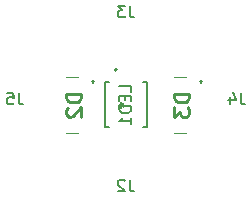
<source format=gbo>
G04 #@! TF.GenerationSoftware,KiCad,Pcbnew,(5.1.8)-1*
G04 #@! TF.CreationDate,2021-04-03T22:15:50+03:00*
G04 #@! TF.ProjectId,sensor,73656e73-6f72-42e6-9b69-6361645f7063,rev?*
G04 #@! TF.SameCoordinates,Original*
G04 #@! TF.FileFunction,Legend,Bot*
G04 #@! TF.FilePolarity,Positive*
%FSLAX46Y46*%
G04 Gerber Fmt 4.6, Leading zero omitted, Abs format (unit mm)*
G04 Created by KiCad (PCBNEW (5.1.8)-1) date 2021-04-03 22:15:50*
%MOMM*%
%LPD*%
G01*
G04 APERTURE LIST*
%ADD10C,0.100000*%
%ADD11C,0.200000*%
%ADD12C,0.152400*%
%ADD13C,0.254000*%
%ADD14C,0.150000*%
G04 APERTURE END LIST*
D10*
X136152000Y-75070000D02*
X137152000Y-75070000D01*
X136152000Y-79870000D02*
X137152000Y-79870000D01*
D11*
X138452000Y-75370000D02*
X138452000Y-75370000D01*
X138452000Y-75570000D02*
X138452000Y-75570000D01*
X138452000Y-75570000D02*
G75*
G02*
X138452000Y-75370000I0J100000D01*
G01*
X138452000Y-75370000D02*
G75*
G02*
X138452000Y-75570000I0J-100000D01*
G01*
X147596000Y-75570000D02*
X147596000Y-75570000D01*
X147596000Y-75370000D02*
X147596000Y-75370000D01*
D10*
X145296000Y-79870000D02*
X146296000Y-79870000D01*
X145296000Y-75070000D02*
X146296000Y-75070000D01*
D11*
X147596000Y-75370000D02*
G75*
G02*
X147596000Y-75570000I0J-100000D01*
G01*
X147596000Y-75570000D02*
G75*
G02*
X147596000Y-75370000I0J100000D01*
G01*
D12*
X143002000Y-75565000D02*
X143002000Y-79375000D01*
X143002000Y-79375000D02*
X142661141Y-79375000D01*
X139446000Y-79375000D02*
X139446000Y-75565000D01*
X139446000Y-75565000D02*
X139786859Y-75565000D01*
X142661141Y-75565000D02*
X143002000Y-75565000D01*
X139786859Y-79375000D02*
X139446000Y-79375000D01*
X140475600Y-74491200D02*
G75*
G03*
X140475600Y-74491200I-101600J0D01*
G01*
D13*
X137443523Y-76532619D02*
X136173523Y-76532619D01*
X136173523Y-76835000D01*
X136234000Y-77016428D01*
X136354952Y-77137380D01*
X136475904Y-77197857D01*
X136717809Y-77258333D01*
X136899238Y-77258333D01*
X137141142Y-77197857D01*
X137262095Y-77137380D01*
X137383047Y-77016428D01*
X137443523Y-76835000D01*
X137443523Y-76532619D01*
X136294476Y-77742142D02*
X136234000Y-77802619D01*
X136173523Y-77923571D01*
X136173523Y-78225952D01*
X136234000Y-78346904D01*
X136294476Y-78407380D01*
X136415428Y-78467857D01*
X136536380Y-78467857D01*
X136717809Y-78407380D01*
X137443523Y-77681666D01*
X137443523Y-78467857D01*
X146587523Y-76532619D02*
X145317523Y-76532619D01*
X145317523Y-76835000D01*
X145378000Y-77016428D01*
X145498952Y-77137380D01*
X145619904Y-77197857D01*
X145861809Y-77258333D01*
X146043238Y-77258333D01*
X146285142Y-77197857D01*
X146406095Y-77137380D01*
X146527047Y-77016428D01*
X146587523Y-76835000D01*
X146587523Y-76532619D01*
X145317523Y-77681666D02*
X145317523Y-78467857D01*
X145801333Y-78044523D01*
X145801333Y-78225952D01*
X145861809Y-78346904D01*
X145922285Y-78407380D01*
X146043238Y-78467857D01*
X146345619Y-78467857D01*
X146466571Y-78407380D01*
X146527047Y-78346904D01*
X146587523Y-78225952D01*
X146587523Y-77863095D01*
X146527047Y-77742142D01*
X146466571Y-77681666D01*
D14*
X141557333Y-83788380D02*
X141557333Y-84502666D01*
X141604952Y-84645523D01*
X141700190Y-84740761D01*
X141843047Y-84788380D01*
X141938285Y-84788380D01*
X141128761Y-83883619D02*
X141081142Y-83836000D01*
X140985904Y-83788380D01*
X140747809Y-83788380D01*
X140652571Y-83836000D01*
X140604952Y-83883619D01*
X140557333Y-83978857D01*
X140557333Y-84074095D01*
X140604952Y-84216952D01*
X141176380Y-84788380D01*
X140557333Y-84788380D01*
X141557333Y-69056380D02*
X141557333Y-69770666D01*
X141604952Y-69913523D01*
X141700190Y-70008761D01*
X141843047Y-70056380D01*
X141938285Y-70056380D01*
X141176380Y-69056380D02*
X140557333Y-69056380D01*
X140890666Y-69437333D01*
X140747809Y-69437333D01*
X140652571Y-69484952D01*
X140604952Y-69532571D01*
X140557333Y-69627809D01*
X140557333Y-69865904D01*
X140604952Y-69961142D01*
X140652571Y-70008761D01*
X140747809Y-70056380D01*
X141033523Y-70056380D01*
X141128761Y-70008761D01*
X141176380Y-69961142D01*
X150955333Y-76422380D02*
X150955333Y-77136666D01*
X151002952Y-77279523D01*
X151098190Y-77374761D01*
X151241047Y-77422380D01*
X151336285Y-77422380D01*
X150050571Y-76755714D02*
X150050571Y-77422380D01*
X150288666Y-76374761D02*
X150526761Y-77089047D01*
X149907714Y-77089047D01*
X132159333Y-76422380D02*
X132159333Y-77136666D01*
X132206952Y-77279523D01*
X132302190Y-77374761D01*
X132445047Y-77422380D01*
X132540285Y-77422380D01*
X131206952Y-76422380D02*
X131683142Y-76422380D01*
X131730761Y-76898571D01*
X131683142Y-76850952D01*
X131587904Y-76803333D01*
X131349809Y-76803333D01*
X131254571Y-76850952D01*
X131206952Y-76898571D01*
X131159333Y-76993809D01*
X131159333Y-77231904D01*
X131206952Y-77327142D01*
X131254571Y-77374761D01*
X131349809Y-77422380D01*
X131587904Y-77422380D01*
X131683142Y-77374761D01*
X131730761Y-77327142D01*
X141676380Y-76350952D02*
X141676380Y-75874761D01*
X140676380Y-75874761D01*
X141152571Y-76684285D02*
X141152571Y-77017619D01*
X141676380Y-77160476D02*
X141676380Y-76684285D01*
X140676380Y-76684285D01*
X140676380Y-77160476D01*
X141676380Y-77589047D02*
X140676380Y-77589047D01*
X140676380Y-77827142D01*
X140724000Y-77970000D01*
X140819238Y-78065238D01*
X140914476Y-78112857D01*
X141104952Y-78160476D01*
X141247809Y-78160476D01*
X141438285Y-78112857D01*
X141533523Y-78065238D01*
X141628761Y-77970000D01*
X141676380Y-77827142D01*
X141676380Y-77589047D01*
X141676380Y-79112857D02*
X141676380Y-78541428D01*
X141676380Y-78827142D02*
X140676380Y-78827142D01*
X140819238Y-78731904D01*
X140914476Y-78636666D01*
X140962095Y-78541428D01*
X140676380Y-77470000D02*
X140914476Y-77470000D01*
X140819238Y-77231904D02*
X140914476Y-77470000D01*
X140819238Y-77708095D01*
X141104952Y-77327142D02*
X140914476Y-77470000D01*
X141104952Y-77612857D01*
M02*

</source>
